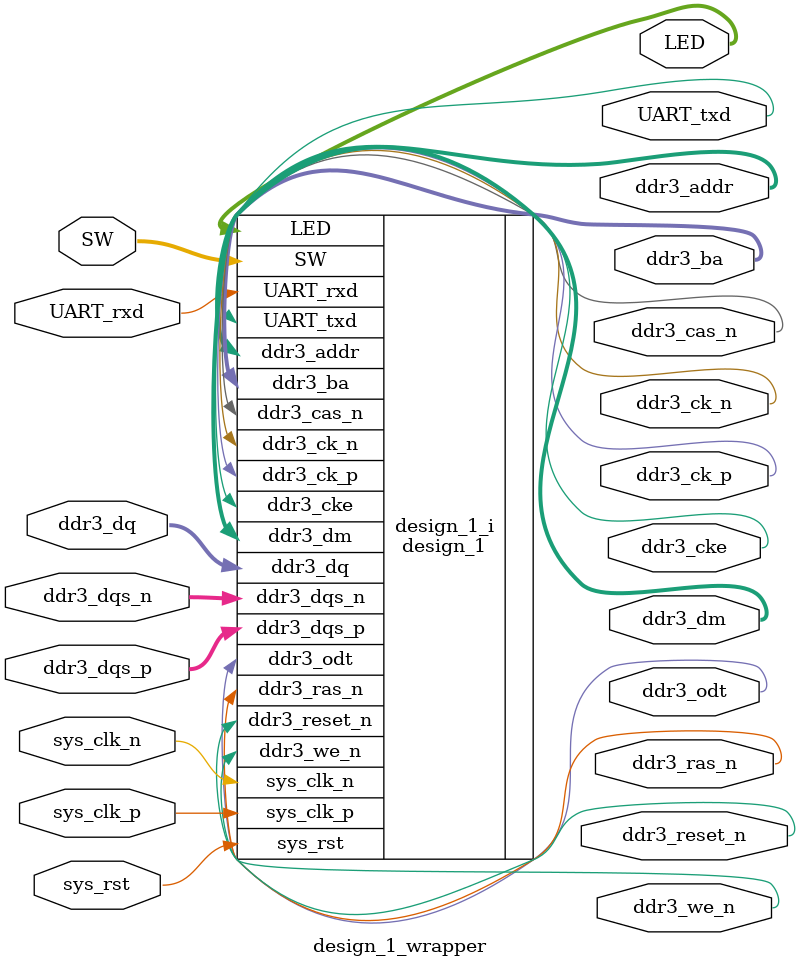
<source format=v>
`timescale 1 ps / 1 ps

module design_1_wrapper
   (LED,
    SW,
    UART_rxd,
    UART_txd,
    ddr3_addr,
    ddr3_ba,
    ddr3_cas_n,
    ddr3_ck_n,
    ddr3_ck_p,
    ddr3_cke,
    ddr3_dm,
    ddr3_dq,
    ddr3_dqs_n,
    ddr3_dqs_p,
    ddr3_odt,
    ddr3_ras_n,
    ddr3_reset_n,
    ddr3_we_n,
    sys_clk_n,
    sys_clk_p,
    sys_rst);
  output [15:0]LED;
  input [15:1]SW;
  input UART_rxd;
  output UART_txd;
  output [12:0]ddr3_addr;
  output [2:0]ddr3_ba;
  output ddr3_cas_n;
  output [0:0]ddr3_ck_n;
  output [0:0]ddr3_ck_p;
  output [0:0]ddr3_cke;
  output [1:0]ddr3_dm;
  inout [15:0]ddr3_dq;
  inout [1:0]ddr3_dqs_n;
  inout [1:0]ddr3_dqs_p;
  output [0:0]ddr3_odt;
  output ddr3_ras_n;
  output ddr3_reset_n;
  output ddr3_we_n;
  input sys_clk_n;
  input sys_clk_p;
  input sys_rst;

  wire [15:0]LED;
  wire [15:1]SW;
  wire UART_rxd;
  wire UART_txd;
  wire [12:0]ddr3_addr;
  wire [2:0]ddr3_ba;
  wire ddr3_cas_n;
  wire [0:0]ddr3_ck_n;
  wire [0:0]ddr3_ck_p;
  wire [0:0]ddr3_cke;
  wire [1:0]ddr3_dm;
  wire [15:0]ddr3_dq;
  wire [1:0]ddr3_dqs_n;
  wire [1:0]ddr3_dqs_p;
  wire [0:0]ddr3_odt;
  wire ddr3_ras_n;
  wire ddr3_reset_n;
  wire ddr3_we_n;
  wire sys_clk_n;
  wire sys_clk_p;
  wire sys_rst;

  design_1 design_1_i
       (.LED(LED),
        .SW(SW),
        .UART_rxd(UART_rxd),
        .UART_txd(UART_txd),
        .ddr3_addr(ddr3_addr),
        .ddr3_ba(ddr3_ba),
        .ddr3_cas_n(ddr3_cas_n),
        .ddr3_ck_n(ddr3_ck_n),
        .ddr3_ck_p(ddr3_ck_p),
        .ddr3_cke(ddr3_cke),
        .ddr3_dm(ddr3_dm),
        .ddr3_dq(ddr3_dq),
        .ddr3_dqs_n(ddr3_dqs_n),
        .ddr3_dqs_p(ddr3_dqs_p),
        .ddr3_odt(ddr3_odt),
        .ddr3_ras_n(ddr3_ras_n),
        .ddr3_reset_n(ddr3_reset_n),
        .ddr3_we_n(ddr3_we_n),
        .sys_clk_n(sys_clk_n),
        .sys_clk_p(sys_clk_p),
        .sys_rst(sys_rst));
endmodule

</source>
